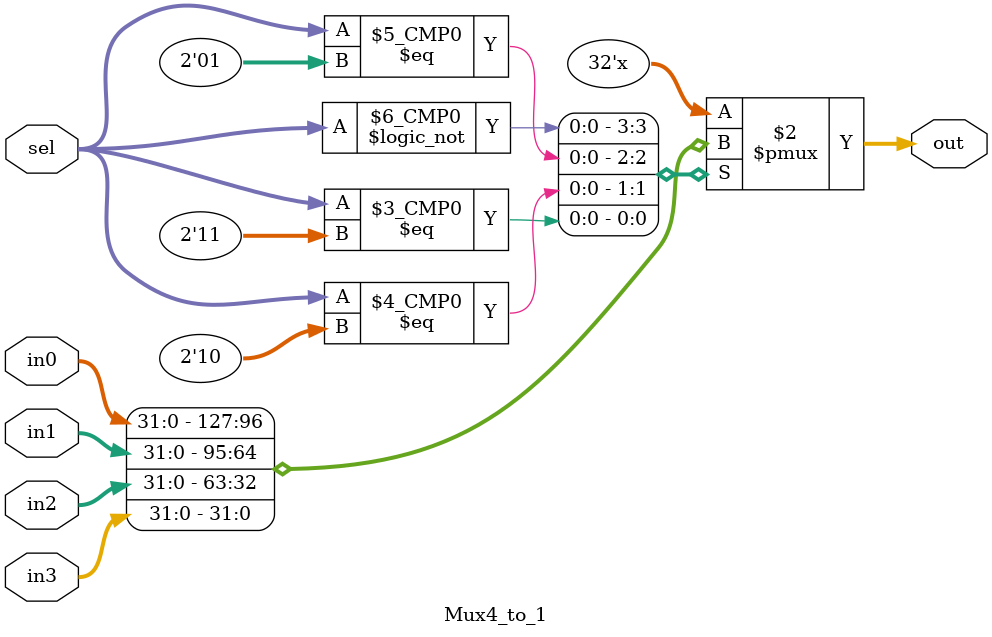
<source format=v>

module Mux4_to_1(in0, in1, in2, in3, sel, out);
    input [31:0] in0, in1, in2, in3;
    input [1:0] sel;
    output [31:0] out;
    reg [31:0] out;
    
    always @ (in0 or in1 or in2 or in3 or sel)
    begin
        case(sel)
            2'b00 : out = in0;
            2'b01 : out = in1;
            2'b10 : out = in2;
            2'b11 : out = in3;
        endcase
    end
endmodule


</source>
